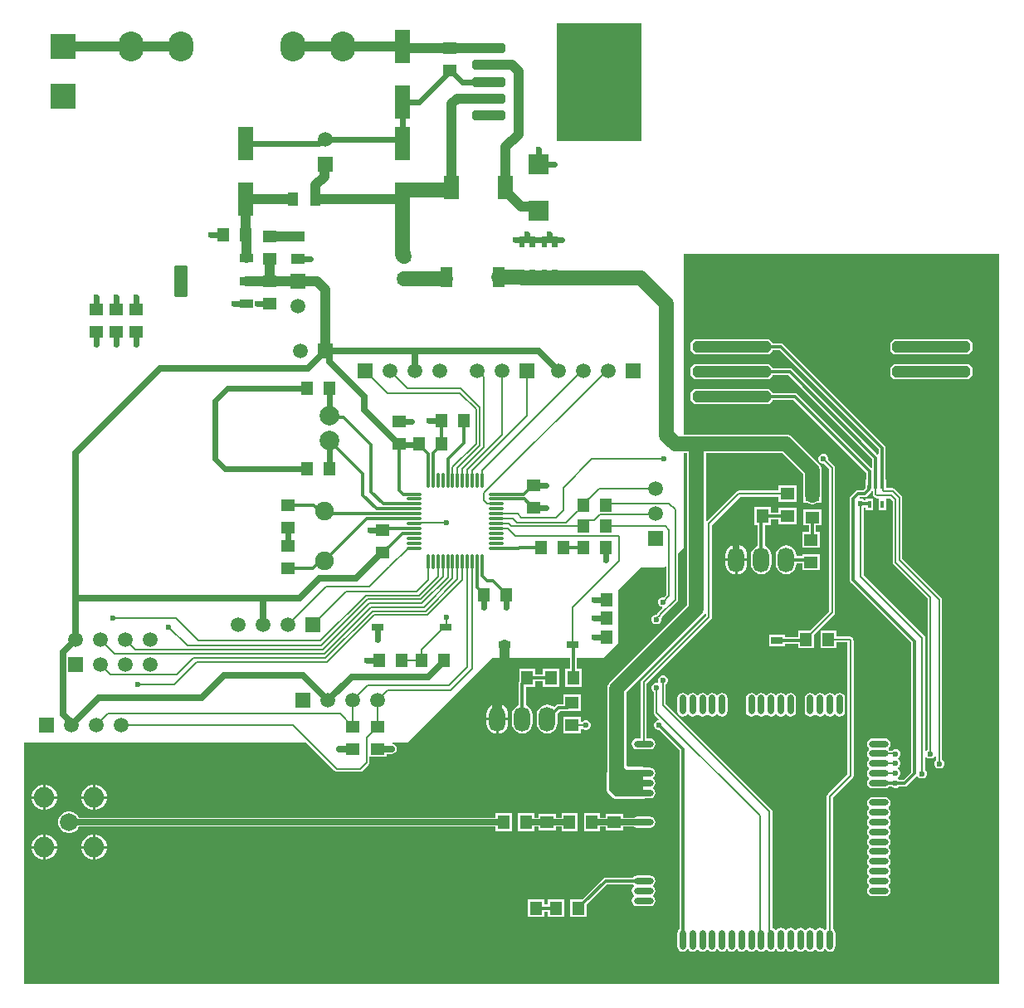
<source format=gtl>
G04*
G04 #@! TF.GenerationSoftware,Altium Limited,Altium Designer,22.2.1 (43)*
G04*
G04 Layer_Physical_Order=1*
G04 Layer_Color=255*
%FSLAX24Y24*%
%MOIN*%
G70*
G04*
G04 #@! TF.SameCoordinates,AB8B2AD1-1602-442A-A43A-F402AF7CDF0B*
G04*
G04*
G04 #@! TF.FilePolarity,Positive*
G04*
G01*
G75*
%ADD12C,0.0079*%
%ADD16C,0.0118*%
%ADD22R,0.0550X0.0500*%
%ADD23R,0.0500X0.0550*%
%ADD24R,0.0472X0.0315*%
G04:AMPARAMS|DCode=25|XSize=61.4mil|YSize=11.8mil|CornerRadius=4.1mil|HoleSize=0mil|Usage=FLASHONLY|Rotation=270.000|XOffset=0mil|YOffset=0mil|HoleType=Round|Shape=RoundedRectangle|*
%AMROUNDEDRECTD25*
21,1,0.0614,0.0035,0,0,270.0*
21,1,0.0531,0.0118,0,0,270.0*
1,1,0.0083,-0.0018,-0.0266*
1,1,0.0083,-0.0018,0.0266*
1,1,0.0083,0.0018,0.0266*
1,1,0.0083,0.0018,-0.0266*
%
%ADD25ROUNDEDRECTD25*%
G04:AMPARAMS|DCode=26|XSize=61.4mil|YSize=11.8mil|CornerRadius=4.1mil|HoleSize=0mil|Usage=FLASHONLY|Rotation=180.000|XOffset=0mil|YOffset=0mil|HoleType=Round|Shape=RoundedRectangle|*
%AMROUNDEDRECTD26*
21,1,0.0614,0.0035,0,0,180.0*
21,1,0.0531,0.0118,0,0,180.0*
1,1,0.0083,-0.0266,0.0018*
1,1,0.0083,0.0266,0.0018*
1,1,0.0083,0.0266,-0.0018*
1,1,0.0083,-0.0266,-0.0018*
%
%ADD26ROUNDEDRECTD26*%
G04:AMPARAMS|DCode=27|XSize=36.6mil|YSize=51.6mil|CornerRadius=2.7mil|HoleSize=0mil|Usage=FLASHONLY|Rotation=90.000|XOffset=0mil|YOffset=0mil|HoleType=Round|Shape=RoundedRectangle|*
%AMROUNDEDRECTD27*
21,1,0.0366,0.0461,0,0,90.0*
21,1,0.0311,0.0516,0,0,90.0*
1,1,0.0055,0.0230,0.0156*
1,1,0.0055,0.0230,-0.0156*
1,1,0.0055,-0.0230,-0.0156*
1,1,0.0055,-0.0230,0.0156*
%
%ADD27ROUNDEDRECTD27*%
G04:AMPARAMS|DCode=28|XSize=127.6mil|YSize=51.6mil|CornerRadius=3.9mil|HoleSize=0mil|Usage=FLASHONLY|Rotation=90.000|XOffset=0mil|YOffset=0mil|HoleType=Round|Shape=RoundedRectangle|*
%AMROUNDEDRECTD28*
21,1,0.1276,0.0438,0,0,90.0*
21,1,0.1198,0.0516,0,0,90.0*
1,1,0.0077,0.0219,0.0599*
1,1,0.0077,0.0219,-0.0599*
1,1,0.0077,-0.0219,-0.0599*
1,1,0.0077,-0.0219,0.0599*
%
%ADD28ROUNDEDRECTD28*%
%ADD29R,0.0550X0.0394*%
%ADD30R,0.0394X0.0550*%
%ADD31R,0.0630X0.1378*%
%ADD32R,0.0472X0.0827*%
%ADD33R,0.0650X0.0236*%
%ADD34R,0.0787X0.0787*%
%ADD35R,0.0591X0.0945*%
G04:AMPARAMS|DCode=36|XSize=39.4mil|YSize=133.9mil|CornerRadius=9.8mil|HoleSize=0mil|Usage=FLASHONLY|Rotation=270.000|XOffset=0mil|YOffset=0mil|HoleType=Round|Shape=RoundedRectangle|*
%AMROUNDEDRECTD36*
21,1,0.0394,0.1142,0,0,270.0*
21,1,0.0197,0.1339,0,0,270.0*
1,1,0.0197,-0.0571,-0.0098*
1,1,0.0197,-0.0571,0.0098*
1,1,0.0197,0.0571,0.0098*
1,1,0.0197,0.0571,-0.0098*
%
%ADD36ROUNDEDRECTD36*%
%ADD37O,0.0276X0.0787*%
%ADD38O,0.0787X0.0276*%
G04:AMPARAMS|DCode=39|XSize=315mil|YSize=47.2mil|CornerRadius=0mil|HoleSize=0mil|Usage=FLASHONLY|Rotation=180.000|XOffset=0mil|YOffset=0mil|HoleType=Round|Shape=Octagon|*
%AMOCTAGOND39*
4,1,8,-0.1575,0.0118,-0.1575,-0.0118,-0.1457,-0.0236,0.1457,-0.0236,0.1575,-0.0118,0.1575,0.0118,0.1457,0.0236,-0.1457,0.0236,-0.1575,0.0118,0.0*
%
%ADD39OCTAGOND39*%

%ADD44R,0.0138X0.0315*%
%ADD71C,0.0591*%
%ADD72C,0.0236*%
%ADD73C,0.0253*%
%ADD74C,0.0394*%
%ADD75R,0.3399X0.4724*%
%ADD76C,0.0820*%
%ADD77C,0.0720*%
%ADD78R,0.0591X0.0591*%
%ADD79C,0.0591*%
%ADD80O,0.0660X0.1000*%
%ADD81C,0.0750*%
%ADD82C,0.0787*%
%ADD83R,0.0591X0.0591*%
%ADD84O,0.1000X0.1200*%
%ADD85R,0.0984X0.0984*%
%ADD86C,0.0236*%
G36*
X21525Y29703D02*
X21298D01*
Y29900D01*
X21102D01*
Y29703D01*
X20875D01*
Y30136D01*
X21525D01*
Y29703D01*
D02*
G37*
G36*
X20625D02*
X20398D01*
Y29900D01*
X20202D01*
Y29703D01*
X19975D01*
Y30136D01*
X20625D01*
Y29703D01*
D02*
G37*
G36*
X21525Y28368D02*
X20875D01*
Y28797D01*
X21102D01*
Y28600D01*
X21298D01*
Y28797D01*
X21525D01*
Y28368D01*
D02*
G37*
G36*
X20625D02*
X19975D01*
Y28797D01*
X20202D01*
Y28600D01*
X20398D01*
Y28797D01*
X20625D01*
Y28368D01*
D02*
G37*
G36*
X39270Y100D02*
X100D01*
Y9800D01*
X11430D01*
X12565Y8665D01*
X12565Y8665D01*
X12604Y8639D01*
X12650Y8630D01*
X12650Y8630D01*
X13600D01*
X13600Y8630D01*
X13646Y8639D01*
X13685Y8665D01*
X13935Y8915D01*
X13935Y8915D01*
X13961Y8954D01*
X13970Y9000D01*
Y9221D01*
X14654D01*
Y9341D01*
X14850D01*
X14930Y9357D01*
X14998Y9402D01*
X15043Y9470D01*
X15059Y9550D01*
X15043Y9630D01*
X14998Y9698D01*
X14930Y9743D01*
X14895Y9750D01*
X14900Y9800D01*
X15500D01*
X18900Y13200D01*
X22009D01*
Y12754D01*
X21821D01*
Y12046D01*
X22479D01*
Y12754D01*
X22290D01*
Y13200D01*
X23350D01*
X23950Y13800D01*
Y15950D01*
X24850Y16850D01*
X25800D01*
X25833Y16883D01*
X25880Y16864D01*
Y15750D01*
X25777Y15647D01*
X25711D01*
X25638Y15617D01*
X25583Y15562D01*
X25553Y15489D01*
Y15411D01*
X25583Y15338D01*
X25638Y15283D01*
X25711Y15253D01*
X25718D01*
X25737Y15207D01*
X25535Y15005D01*
X25520Y14983D01*
X25484Y14947D01*
X25461D01*
X25388Y14917D01*
X25333Y14862D01*
X25303Y14789D01*
Y14711D01*
X25333Y14638D01*
X25388Y14583D01*
X25461Y14553D01*
X25539D01*
X25612Y14583D01*
X25667Y14638D01*
X25697Y14711D01*
Y14789D01*
X25688Y14810D01*
X25705Y14827D01*
X25705Y14827D01*
X25720Y14850D01*
X26328Y15458D01*
X26328Y15458D01*
X26354Y15497D01*
X26364Y15543D01*
X26364Y15543D01*
Y17414D01*
X26600Y17650D01*
Y21423D01*
X26723D01*
Y15322D01*
X23633Y12233D01*
X23573Y12155D01*
X23536Y12064D01*
X23523Y11966D01*
Y8643D01*
X23515Y8635D01*
X23489Y8596D01*
X23480Y8550D01*
X23480Y8550D01*
Y7900D01*
X23489Y7854D01*
X23515Y7815D01*
X23515Y7815D01*
X23765Y7565D01*
X23804Y7539D01*
X23850Y7530D01*
X23850Y7530D01*
X24950D01*
X24996Y7539D01*
X25028Y7560D01*
X25231D01*
X25316Y7577D01*
X25388Y7625D01*
X25435Y7697D01*
X25452Y7781D01*
X25435Y7866D01*
X25388Y7937D01*
X25364Y7953D01*
Y8003D01*
X25388Y8019D01*
X25435Y8090D01*
X25452Y8175D01*
X25435Y8259D01*
X25388Y8331D01*
X25364Y8347D01*
Y8397D01*
X25388Y8412D01*
X25435Y8484D01*
X25452Y8569D01*
X25435Y8653D01*
X25388Y8725D01*
X25316Y8772D01*
X25231Y8789D01*
X25029D01*
X24996Y8811D01*
X24950Y8820D01*
X24350D01*
X24277Y8893D01*
Y11810D01*
X27367Y14899D01*
X27427Y14977D01*
X27477Y14967D01*
Y14897D01*
X24890Y12311D01*
X24864Y12272D01*
X24855Y12226D01*
X24855Y12226D01*
Y9970D01*
X24720D01*
X24635Y9954D01*
X24564Y9906D01*
X24516Y9834D01*
X24499Y9750D01*
X24516Y9665D01*
X24564Y9593D01*
X24635Y9546D01*
X24720Y9529D01*
X25231D01*
X25316Y9546D01*
X25388Y9593D01*
X25435Y9665D01*
X25452Y9750D01*
X25435Y9834D01*
X25388Y9906D01*
X25316Y9954D01*
X25231Y9970D01*
X25096D01*
Y12176D01*
X27682Y14762D01*
X27682Y14762D01*
X27708Y14801D01*
X27718Y14847D01*
X27718Y14847D01*
Y18547D01*
X28850Y19680D01*
X30396D01*
Y19471D01*
X31104D01*
Y20129D01*
X30396D01*
Y19920D01*
X28800D01*
X28800Y19920D01*
X28754Y19911D01*
X28715Y19885D01*
X27527Y18698D01*
X27477Y18718D01*
Y21423D01*
X30544D01*
X31373Y20594D01*
Y19750D01*
X31386Y19652D01*
X31396Y19627D01*
Y19421D01*
X31566D01*
X31652Y19386D01*
X31750Y19373D01*
X31848Y19386D01*
X31934Y19421D01*
X32104D01*
Y19627D01*
X32114Y19652D01*
X32127Y19750D01*
Y20750D01*
X32114Y20848D01*
X32077Y20939D01*
X32017Y21017D01*
X30967Y22067D01*
X30889Y22127D01*
X30798Y22164D01*
X30700Y22177D01*
X26600D01*
Y29450D01*
X39270D01*
Y100D01*
D02*
G37*
G36*
X24300Y8700D02*
X24950D01*
Y7650D01*
X23850D01*
X23600Y7900D01*
Y8550D01*
X23950Y8900D01*
X24100D01*
X24300Y8700D01*
D02*
G37*
%LPC*%
G36*
X38027Y26015D02*
X35035D01*
X34877Y25857D01*
Y25543D01*
X35035Y25385D01*
X38027D01*
X38184Y25543D01*
Y25857D01*
X38027Y26015D01*
D02*
G37*
G36*
Y25015D02*
X35035D01*
X34877Y24857D01*
Y24543D01*
X35035Y24385D01*
X38027D01*
X38184Y24543D01*
Y24857D01*
X38027Y25015D01*
D02*
G37*
G36*
X30005Y26015D02*
X27013D01*
X26855Y25857D01*
Y25543D01*
X27013Y25385D01*
X30005D01*
X30162Y25543D01*
Y25559D01*
X30442D01*
X34415Y21586D01*
Y21404D01*
X34365Y21383D01*
X30949Y24799D01*
X30904Y24830D01*
X30850Y24841D01*
X30162D01*
Y24857D01*
X30005Y25015D01*
X27013D01*
X26855Y24857D01*
Y24543D01*
X27013Y24385D01*
X30005D01*
X30162Y24543D01*
Y24560D01*
X30792D01*
X34160Y21192D01*
Y20860D01*
X34109Y20839D01*
X31149Y23799D01*
X31104Y23830D01*
X31050Y23840D01*
X30162D01*
Y23857D01*
X30005Y24015D01*
X27013D01*
X26855Y23857D01*
Y23543D01*
X27013Y23385D01*
X30005D01*
X30162Y23543D01*
Y23560D01*
X30992D01*
X33904Y20648D01*
Y20360D01*
X33896D01*
Y20166D01*
X33885Y20148D01*
X33874Y20094D01*
Y20023D01*
X33792Y19941D01*
X33585D01*
X33531Y19930D01*
X33485Y19899D01*
X33288Y19702D01*
X33257Y19656D01*
X33247Y19602D01*
Y16344D01*
X33257Y16290D01*
X33288Y16244D01*
X35710Y13823D01*
Y8616D01*
X35406Y8312D01*
X35235D01*
X35209Y8339D01*
X35197Y8344D01*
Y8394D01*
X35209Y8399D01*
X35264Y8454D01*
X35294Y8526D01*
Y8605D01*
X35264Y8677D01*
X35209Y8732D01*
X35202Y8735D01*
Y8789D01*
X35209Y8792D01*
X35264Y8848D01*
X35294Y8920D01*
Y8998D01*
X35264Y9071D01*
X35209Y9126D01*
X35202Y9129D01*
Y9179D01*
X35212Y9183D01*
X35267Y9238D01*
X35297Y9311D01*
Y9389D01*
X35267Y9462D01*
X35212Y9517D01*
X35139Y9547D01*
X35061D01*
X34988Y9517D01*
X34945Y9473D01*
X34862D01*
X34836Y9512D01*
X34813Y9528D01*
Y9578D01*
X34836Y9593D01*
X34884Y9665D01*
X34901Y9750D01*
X34884Y9834D01*
X34836Y9906D01*
X34765Y9954D01*
X34680Y9970D01*
X34169D01*
X34084Y9954D01*
X34012Y9906D01*
X33965Y9834D01*
X33948Y9750D01*
X33965Y9665D01*
X34012Y9593D01*
X34036Y9578D01*
Y9528D01*
X34012Y9512D01*
X33965Y9440D01*
X33948Y9356D01*
X33965Y9271D01*
X34012Y9200D01*
X34036Y9184D01*
Y9134D01*
X34012Y9118D01*
X33965Y9047D01*
X33948Y8962D01*
X33965Y8878D01*
X34012Y8806D01*
X34036Y8790D01*
Y8740D01*
X34012Y8725D01*
X33965Y8653D01*
X33948Y8569D01*
X33965Y8484D01*
X34012Y8412D01*
X34036Y8397D01*
Y8347D01*
X34012Y8331D01*
X33965Y8259D01*
X33948Y8175D01*
X33965Y8090D01*
X34012Y8019D01*
X34084Y7971D01*
X34169Y7954D01*
X34680D01*
X34765Y7971D01*
X34836Y8019D01*
X34847Y8034D01*
X34956D01*
X34986Y8005D01*
X35058Y7975D01*
X35136D01*
X35209Y8005D01*
X35235Y8031D01*
X35464D01*
X35518Y8042D01*
X35563Y8073D01*
X35929Y8438D01*
X35979Y8438D01*
X35991Y8431D01*
X36038Y8383D01*
X36111Y8353D01*
X36189D01*
X36262Y8383D01*
X36317Y8438D01*
X36347Y8511D01*
Y8589D01*
X36317Y8662D01*
X36283Y8695D01*
Y9228D01*
X36332Y9238D01*
X36333Y9238D01*
X36388Y9183D01*
X36461Y9153D01*
X36539D01*
X36612Y9183D01*
X36667Y9238D01*
X36680Y9269D01*
X36730Y9259D01*
Y9108D01*
X36683Y9062D01*
X36653Y8989D01*
Y8911D01*
X36683Y8838D01*
X36738Y8783D01*
X36811Y8753D01*
X36889D01*
X36962Y8783D01*
X37017Y8838D01*
X37047Y8911D01*
Y8989D01*
X37017Y9062D01*
X36970Y9108D01*
Y15550D01*
X36970Y15550D01*
X36961Y15596D01*
X36935Y15635D01*
X36935Y15635D01*
X35370Y17200D01*
Y19634D01*
X35370Y19634D01*
X35361Y19680D01*
X35335Y19719D01*
X35069Y19985D01*
X35030Y20011D01*
X34984Y20020D01*
X34984Y20020D01*
X34706D01*
Y20094D01*
X34706Y20094D01*
X34704Y20106D01*
Y20360D01*
X34696D01*
Y21644D01*
X34686Y21698D01*
X34655Y21743D01*
X30599Y25799D01*
X30554Y25830D01*
X30500Y25840D01*
X30162D01*
Y25857D01*
X30005Y26015D01*
D02*
G37*
G36*
X30079Y19254D02*
X29421D01*
Y18546D01*
X29560D01*
Y17704D01*
X29494Y17677D01*
X29408Y17612D01*
X29343Y17526D01*
X29302Y17427D01*
X29288Y17320D01*
Y16980D01*
X29302Y16873D01*
X29343Y16774D01*
X29408Y16688D01*
X29494Y16623D01*
X29593Y16582D01*
X29700Y16568D01*
X29807Y16582D01*
X29906Y16623D01*
X29992Y16688D01*
X30057Y16774D01*
X30098Y16873D01*
X30112Y16980D01*
Y17320D01*
X30098Y17427D01*
X30057Y17526D01*
X29992Y17612D01*
X29906Y17677D01*
X29841Y17704D01*
Y18546D01*
X30079D01*
Y18759D01*
X30396D01*
Y18571D01*
X31104D01*
Y19229D01*
X30396D01*
Y19040D01*
X30079D01*
Y19254D01*
D02*
G37*
G36*
X32104Y19179D02*
X31396D01*
Y18521D01*
X31609D01*
Y18279D01*
X31346D01*
Y17621D01*
X32054D01*
Y18279D01*
X31890D01*
Y18521D01*
X32104D01*
Y19179D01*
D02*
G37*
G36*
X28750Y17747D02*
Y17200D01*
X29134D01*
Y17320D01*
X29119Y17432D01*
X29076Y17537D01*
X29007Y17627D01*
X28917Y17696D01*
X28812Y17739D01*
X28750Y17747D01*
D02*
G37*
G36*
X28650D02*
X28588Y17739D01*
X28483Y17696D01*
X28393Y17627D01*
X28324Y17537D01*
X28281Y17432D01*
X28266Y17320D01*
Y17200D01*
X28650D01*
Y17747D01*
D02*
G37*
G36*
X30700Y17732D02*
X30593Y17718D01*
X30494Y17677D01*
X30408Y17612D01*
X30343Y17526D01*
X30302Y17427D01*
X30288Y17320D01*
Y16980D01*
X30302Y16873D01*
X30343Y16774D01*
X30408Y16688D01*
X30494Y16623D01*
X30593Y16582D01*
X30700Y16568D01*
X30807Y16582D01*
X30906Y16623D01*
X30992Y16688D01*
X31057Y16774D01*
X31098Y16873D01*
X31112Y16980D01*
Y17010D01*
X31346D01*
Y16721D01*
X32054D01*
Y17379D01*
X31346D01*
Y17291D01*
X31112D01*
Y17320D01*
X31098Y17427D01*
X31057Y17526D01*
X30992Y17612D01*
X30906Y17677D01*
X30807Y17718D01*
X30700Y17732D01*
D02*
G37*
G36*
X29134Y17100D02*
X28750D01*
Y16553D01*
X28812Y16561D01*
X28917Y16604D01*
X29007Y16673D01*
X29076Y16763D01*
X29119Y16868D01*
X29134Y16980D01*
Y17100D01*
D02*
G37*
G36*
X28650D02*
X28266D01*
Y16980D01*
X28281Y16868D01*
X28324Y16763D01*
X28393Y16673D01*
X28483Y16604D01*
X28588Y16561D01*
X28650Y16553D01*
Y17100D01*
D02*
G37*
G36*
X32239Y21397D02*
X32161D01*
X32088Y21367D01*
X32033Y21312D01*
X32003Y21239D01*
Y21161D01*
X32033Y21088D01*
X32088Y21033D01*
X32161Y21003D01*
X32227D01*
X32430Y20800D01*
Y15075D01*
X31658Y14304D01*
X31171D01*
Y14040D01*
X30643D01*
Y14136D01*
X30013D01*
Y13664D01*
X30643D01*
Y13759D01*
X31171D01*
Y13596D01*
X31829D01*
Y14133D01*
X32635Y14940D01*
X32635Y14940D01*
X32661Y14979D01*
X32670Y15025D01*
Y20850D01*
X32670Y20850D01*
X32661Y20896D01*
X32635Y20935D01*
X32635Y20935D01*
X32397Y21173D01*
Y21239D01*
X32367Y21312D01*
X32312Y21367D01*
X32239Y21397D01*
D02*
G37*
G36*
X21579Y12754D02*
X20921D01*
Y12541D01*
X20629D01*
Y12754D01*
X19971D01*
Y12230D01*
X19970Y12229D01*
X19959Y12175D01*
Y11304D01*
X19894Y11277D01*
X19808Y11212D01*
X19743Y11126D01*
X19702Y11027D01*
X19688Y10920D01*
Y10580D01*
X19702Y10473D01*
X19743Y10374D01*
X19808Y10288D01*
X19894Y10223D01*
X19993Y10182D01*
X20100Y10168D01*
X20207Y10182D01*
X20306Y10223D01*
X20392Y10288D01*
X20457Y10374D01*
X20498Y10473D01*
X20512Y10580D01*
Y10920D01*
X20498Y11027D01*
X20457Y11126D01*
X20392Y11212D01*
X20306Y11277D01*
X20240Y11304D01*
Y12046D01*
X20629D01*
Y12260D01*
X20921D01*
Y12046D01*
X21579D01*
Y12754D01*
D02*
G37*
G36*
X32850Y11801D02*
X32765Y11784D01*
X32693Y11736D01*
X32678Y11713D01*
X32628D01*
X32612Y11736D01*
X32540Y11784D01*
X32456Y11801D01*
X32371Y11784D01*
X32300Y11736D01*
X32284Y11713D01*
X32234D01*
X32218Y11736D01*
X32147Y11784D01*
X32062Y11801D01*
X31978Y11784D01*
X31906Y11736D01*
X31890Y11713D01*
X31840D01*
X31825Y11736D01*
X31753Y11784D01*
X31669Y11801D01*
X31584Y11784D01*
X31512Y11736D01*
X31465Y11665D01*
X31448Y11580D01*
Y11069D01*
X31465Y10984D01*
X31512Y10912D01*
X31584Y10865D01*
X31669Y10848D01*
X31753Y10865D01*
X31825Y10912D01*
X31840Y10936D01*
X31890D01*
X31906Y10912D01*
X31978Y10865D01*
X32062Y10848D01*
X32147Y10865D01*
X32218Y10912D01*
X32234Y10936D01*
X32284D01*
X32300Y10912D01*
X32371Y10865D01*
X32456Y10848D01*
X32540Y10865D01*
X32612Y10912D01*
X32628Y10936D01*
X32678D01*
X32693Y10912D01*
X32765Y10865D01*
X32850Y10848D01*
X32934Y10865D01*
X33006Y10912D01*
X33054Y10984D01*
X33070Y11069D01*
Y11580D01*
X33054Y11665D01*
X33006Y11736D01*
X32934Y11784D01*
X32850Y11801D01*
D02*
G37*
G36*
X30881D02*
X30797Y11784D01*
X30725Y11736D01*
X30709Y11713D01*
X30659D01*
X30644Y11736D01*
X30572Y11784D01*
X30487Y11801D01*
X30403Y11784D01*
X30331Y11736D01*
X30316Y11713D01*
X30266D01*
X30250Y11736D01*
X30178Y11784D01*
X30094Y11801D01*
X30009Y11784D01*
X29938Y11736D01*
X29922Y11713D01*
X29872D01*
X29856Y11736D01*
X29784Y11784D01*
X29700Y11801D01*
X29616Y11784D01*
X29544Y11736D01*
X29528Y11713D01*
X29478D01*
X29462Y11736D01*
X29391Y11784D01*
X29306Y11801D01*
X29222Y11784D01*
X29150Y11736D01*
X29102Y11665D01*
X29086Y11580D01*
Y11069D01*
X29102Y10984D01*
X29150Y10912D01*
X29222Y10865D01*
X29306Y10848D01*
X29391Y10865D01*
X29462Y10912D01*
X29478Y10936D01*
X29528D01*
X29544Y10912D01*
X29616Y10865D01*
X29700Y10848D01*
X29784Y10865D01*
X29856Y10912D01*
X29872Y10936D01*
X29922D01*
X29938Y10912D01*
X30009Y10865D01*
X30094Y10848D01*
X30178Y10865D01*
X30250Y10912D01*
X30266Y10936D01*
X30316D01*
X30331Y10912D01*
X30403Y10865D01*
X30487Y10848D01*
X30572Y10865D01*
X30644Y10912D01*
X30659Y10936D01*
X30709D01*
X30725Y10912D01*
X30797Y10865D01*
X30881Y10848D01*
X30966Y10865D01*
X31037Y10912D01*
X31085Y10984D01*
X31102Y11069D01*
Y11580D01*
X31085Y11665D01*
X31037Y11736D01*
X30966Y11784D01*
X30881Y11801D01*
D02*
G37*
G36*
X28125D02*
X28041Y11784D01*
X27969Y11736D01*
X27953Y11713D01*
X27903D01*
X27888Y11736D01*
X27816Y11784D01*
X27731Y11801D01*
X27647Y11784D01*
X27575Y11736D01*
X27560Y11713D01*
X27510D01*
X27494Y11736D01*
X27422Y11784D01*
X27338Y11801D01*
X27253Y11784D01*
X27182Y11736D01*
X27166Y11713D01*
X27116D01*
X27100Y11736D01*
X27029Y11784D01*
X26944Y11801D01*
X26860Y11784D01*
X26788Y11736D01*
X26772Y11713D01*
X26722D01*
X26707Y11736D01*
X26635Y11784D01*
X26550Y11801D01*
X26466Y11784D01*
X26394Y11736D01*
X26346Y11665D01*
X26330Y11580D01*
Y11069D01*
X26346Y10984D01*
X26394Y10912D01*
X26466Y10865D01*
X26550Y10848D01*
X26635Y10865D01*
X26707Y10912D01*
X26722Y10936D01*
X26772D01*
X26788Y10912D01*
X26860Y10865D01*
X26944Y10848D01*
X27029Y10865D01*
X27100Y10912D01*
X27116Y10936D01*
X27166D01*
X27182Y10912D01*
X27253Y10865D01*
X27338Y10848D01*
X27422Y10865D01*
X27494Y10912D01*
X27510Y10936D01*
X27560D01*
X27575Y10912D01*
X27647Y10865D01*
X27731Y10848D01*
X27816Y10865D01*
X27888Y10912D01*
X27903Y10936D01*
X27953D01*
X27969Y10912D01*
X28041Y10865D01*
X28125Y10848D01*
X28210Y10865D01*
X28281Y10912D01*
X28329Y10984D01*
X28346Y11069D01*
Y11580D01*
X28329Y11665D01*
X28281Y11736D01*
X28210Y11784D01*
X28125Y11801D01*
D02*
G37*
G36*
X22454Y11729D02*
X21746D01*
Y11350D01*
X21559D01*
X21505Y11339D01*
X21460Y11308D01*
X21375Y11224D01*
X21306Y11277D01*
X21207Y11318D01*
X21100Y11332D01*
X20993Y11318D01*
X20894Y11277D01*
X20808Y11212D01*
X20743Y11126D01*
X20702Y11027D01*
X20688Y10920D01*
Y10580D01*
X20702Y10473D01*
X20743Y10374D01*
X20808Y10288D01*
X20894Y10223D01*
X20993Y10182D01*
X21100Y10168D01*
X21207Y10182D01*
X21306Y10223D01*
X21392Y10288D01*
X21457Y10374D01*
X21498Y10473D01*
X21512Y10580D01*
Y10920D01*
X21507Y10959D01*
X21617Y11069D01*
X21909D01*
X21923Y11071D01*
X22454D01*
Y11729D01*
D02*
G37*
G36*
X19150Y11347D02*
Y10800D01*
X19534D01*
Y10920D01*
X19519Y11032D01*
X19476Y11137D01*
X19407Y11227D01*
X19317Y11296D01*
X19212Y11339D01*
X19150Y11347D01*
D02*
G37*
G36*
X19050D02*
X18988Y11339D01*
X18883Y11296D01*
X18793Y11227D01*
X18724Y11137D01*
X18681Y11032D01*
X18666Y10920D01*
Y10800D01*
X19050D01*
Y11347D01*
D02*
G37*
G36*
X22454Y10829D02*
X21746D01*
Y10171D01*
X22454D01*
Y10351D01*
X22504Y10368D01*
X22538Y10333D01*
X22611Y10303D01*
X22689D01*
X22762Y10333D01*
X22817Y10388D01*
X22847Y10461D01*
Y10539D01*
X22817Y10612D01*
X22762Y10667D01*
X22689Y10697D01*
X22611D01*
X22538Y10667D01*
X22504Y10632D01*
X22454Y10649D01*
Y10829D01*
D02*
G37*
G36*
X19534Y10700D02*
X19150D01*
Y10153D01*
X19212Y10161D01*
X19317Y10204D01*
X19407Y10273D01*
X19476Y10363D01*
X19519Y10468D01*
X19534Y10580D01*
Y10700D01*
D02*
G37*
G36*
X19050D02*
X18666D01*
Y10580D01*
X18681Y10468D01*
X18724Y10363D01*
X18793Y10273D01*
X18883Y10204D01*
X18988Y10161D01*
X19050Y10153D01*
Y10700D01*
D02*
G37*
G36*
X2967Y8110D02*
X2950D01*
Y7650D01*
X3410D01*
Y7667D01*
X3375Y7797D01*
X3308Y7913D01*
X3213Y8008D01*
X3097Y8075D01*
X2967Y8110D01*
D02*
G37*
G36*
X967D02*
X950D01*
Y7650D01*
X1410D01*
Y7667D01*
X1375Y7797D01*
X1308Y7913D01*
X1213Y8008D01*
X1097Y8075D01*
X967Y8110D01*
D02*
G37*
G36*
X2850D02*
X2833D01*
X2703Y8075D01*
X2587Y8008D01*
X2492Y7913D01*
X2425Y7797D01*
X2390Y7667D01*
Y7650D01*
X2850D01*
Y8110D01*
D02*
G37*
G36*
X850D02*
X833D01*
X703Y8075D01*
X587Y8008D01*
X492Y7913D01*
X425Y7797D01*
X390Y7667D01*
Y7650D01*
X850D01*
Y8110D01*
D02*
G37*
G36*
X3410Y7550D02*
X2950D01*
Y7090D01*
X2967D01*
X3097Y7125D01*
X3213Y7192D01*
X3308Y7287D01*
X3375Y7403D01*
X3410Y7533D01*
Y7550D01*
D02*
G37*
G36*
X2850D02*
X2390D01*
Y7533D01*
X2425Y7403D01*
X2492Y7287D01*
X2587Y7192D01*
X2703Y7125D01*
X2833Y7090D01*
X2850D01*
Y7550D01*
D02*
G37*
G36*
X1410D02*
X950D01*
Y7090D01*
X967D01*
X1097Y7125D01*
X1213Y7192D01*
X1308Y7287D01*
X1375Y7403D01*
X1410Y7533D01*
Y7550D01*
D02*
G37*
G36*
X850D02*
X390D01*
Y7533D01*
X425Y7403D01*
X492Y7287D01*
X587Y7192D01*
X703Y7125D01*
X833Y7090D01*
X850D01*
Y7550D01*
D02*
G37*
G36*
X22329Y6954D02*
X21671D01*
Y6781D01*
X21454D01*
Y6929D01*
X20746D01*
Y6781D01*
X20579D01*
Y6954D01*
X19921D01*
Y6246D01*
X20579D01*
Y6419D01*
X20746D01*
Y6271D01*
X21454D01*
Y6419D01*
X21671D01*
Y6246D01*
X22329D01*
Y6954D01*
D02*
G37*
G36*
X23229D02*
X22571D01*
Y6246D01*
X23229D01*
Y6419D01*
X23446D01*
Y6271D01*
X24154D01*
Y6419D01*
X24601D01*
X24635Y6396D01*
X24720Y6379D01*
X25231D01*
X25316Y6396D01*
X25388Y6444D01*
X25435Y6516D01*
X25452Y6600D01*
X25435Y6684D01*
X25388Y6756D01*
X25316Y6804D01*
X25231Y6821D01*
X24720D01*
X24635Y6804D01*
X24601Y6781D01*
X24154D01*
Y6929D01*
X23446D01*
Y6781D01*
X23229D01*
Y6954D01*
D02*
G37*
G36*
X1958Y7039D02*
X1842D01*
X1731Y7009D01*
X1631Y6951D01*
X1549Y6869D01*
X1491Y6769D01*
X1461Y6658D01*
Y6542D01*
X1491Y6431D01*
X1549Y6331D01*
X1631Y6249D01*
X1731Y6191D01*
X1842Y6161D01*
X1958D01*
X2069Y6191D01*
X2169Y6249D01*
X2251Y6331D01*
X2302Y6419D01*
X19021D01*
Y6246D01*
X19679D01*
Y6954D01*
X19021D01*
Y6781D01*
X2302D01*
X2251Y6869D01*
X2169Y6951D01*
X2069Y7009D01*
X1958Y7039D01*
D02*
G37*
G36*
X2967Y6110D02*
X2950D01*
Y5650D01*
X3410D01*
Y5667D01*
X3375Y5797D01*
X3308Y5913D01*
X3213Y6008D01*
X3097Y6075D01*
X2967Y6110D01*
D02*
G37*
G36*
X967D02*
X950D01*
Y5650D01*
X1410D01*
Y5667D01*
X1375Y5797D01*
X1308Y5913D01*
X1213Y6008D01*
X1097Y6075D01*
X967Y6110D01*
D02*
G37*
G36*
X2850D02*
X2833D01*
X2703Y6075D01*
X2587Y6008D01*
X2492Y5913D01*
X2425Y5797D01*
X2390Y5667D01*
Y5650D01*
X2850D01*
Y6110D01*
D02*
G37*
G36*
X850D02*
X833D01*
X703Y6075D01*
X587Y6008D01*
X492Y5913D01*
X425Y5797D01*
X390Y5667D01*
Y5650D01*
X850D01*
Y6110D01*
D02*
G37*
G36*
X3410Y5550D02*
X2950D01*
Y5090D01*
X2967D01*
X3097Y5125D01*
X3213Y5192D01*
X3308Y5287D01*
X3375Y5403D01*
X3410Y5533D01*
Y5550D01*
D02*
G37*
G36*
X2850D02*
X2390D01*
Y5533D01*
X2425Y5403D01*
X2492Y5287D01*
X2587Y5192D01*
X2703Y5125D01*
X2833Y5090D01*
X2850D01*
Y5550D01*
D02*
G37*
G36*
X1410D02*
X950D01*
Y5090D01*
X967D01*
X1097Y5125D01*
X1213Y5192D01*
X1308Y5287D01*
X1375Y5403D01*
X1410Y5533D01*
Y5550D01*
D02*
G37*
G36*
X850D02*
X390D01*
Y5533D01*
X425Y5403D01*
X492Y5287D01*
X587Y5192D01*
X703Y5125D01*
X833Y5090D01*
X850D01*
Y5550D01*
D02*
G37*
G36*
X34680Y7608D02*
X34169D01*
X34084Y7591D01*
X34012Y7544D01*
X33965Y7472D01*
X33948Y7387D01*
X33965Y7303D01*
X34012Y7231D01*
X34036Y7216D01*
Y7166D01*
X34012Y7150D01*
X33965Y7078D01*
X33948Y6994D01*
X33965Y6909D01*
X34012Y6838D01*
X34036Y6822D01*
Y6772D01*
X34012Y6756D01*
X33965Y6684D01*
X33948Y6600D01*
X33965Y6516D01*
X34012Y6444D01*
X34036Y6428D01*
Y6378D01*
X34012Y6362D01*
X33965Y6291D01*
X33948Y6206D01*
X33965Y6122D01*
X34012Y6050D01*
X34036Y6034D01*
Y5984D01*
X34012Y5969D01*
X33965Y5897D01*
X33948Y5813D01*
X33965Y5728D01*
X34012Y5656D01*
X34036Y5641D01*
Y5591D01*
X34012Y5575D01*
X33965Y5503D01*
X33948Y5419D01*
X33965Y5334D01*
X34012Y5263D01*
X34036Y5247D01*
Y5197D01*
X34012Y5181D01*
X33965Y5110D01*
X33948Y5025D01*
X33965Y4941D01*
X34012Y4869D01*
X34036Y4853D01*
Y4803D01*
X34012Y4788D01*
X33965Y4716D01*
X33948Y4631D01*
X33965Y4547D01*
X34012Y4475D01*
X34036Y4460D01*
Y4410D01*
X34012Y4394D01*
X33965Y4322D01*
X33948Y4238D01*
X33965Y4153D01*
X34012Y4082D01*
X34036Y4066D01*
Y4016D01*
X34012Y4000D01*
X33965Y3929D01*
X33948Y3844D01*
X33965Y3760D01*
X34012Y3688D01*
X34084Y3640D01*
X34169Y3623D01*
X34680D01*
X34765Y3640D01*
X34836Y3688D01*
X34884Y3760D01*
X34901Y3844D01*
X34884Y3929D01*
X34836Y4000D01*
X34813Y4016D01*
Y4066D01*
X34836Y4082D01*
X34884Y4153D01*
X34901Y4238D01*
X34884Y4322D01*
X34836Y4394D01*
X34813Y4410D01*
Y4460D01*
X34836Y4475D01*
X34884Y4547D01*
X34901Y4631D01*
X34884Y4716D01*
X34836Y4788D01*
X34813Y4803D01*
Y4853D01*
X34836Y4869D01*
X34884Y4941D01*
X34901Y5025D01*
X34884Y5110D01*
X34836Y5181D01*
X34813Y5197D01*
Y5247D01*
X34836Y5263D01*
X34884Y5334D01*
X34901Y5419D01*
X34884Y5503D01*
X34836Y5575D01*
X34813Y5591D01*
Y5641D01*
X34836Y5656D01*
X34884Y5728D01*
X34901Y5813D01*
X34884Y5897D01*
X34836Y5969D01*
X34813Y5984D01*
Y6034D01*
X34836Y6050D01*
X34884Y6122D01*
X34901Y6206D01*
X34884Y6291D01*
X34836Y6362D01*
X34813Y6378D01*
Y6428D01*
X34836Y6444D01*
X34884Y6516D01*
X34901Y6600D01*
X34884Y6684D01*
X34836Y6756D01*
X34813Y6772D01*
Y6822D01*
X34836Y6838D01*
X34884Y6909D01*
X34901Y6994D01*
X34884Y7078D01*
X34836Y7150D01*
X34813Y7166D01*
Y7216D01*
X34836Y7231D01*
X34884Y7303D01*
X34901Y7387D01*
X34884Y7472D01*
X34836Y7544D01*
X34765Y7591D01*
X34680Y7608D01*
D02*
G37*
G36*
X21779Y3504D02*
X21121D01*
Y3291D01*
X20979D01*
Y3504D01*
X20321D01*
Y2796D01*
X20979D01*
Y3009D01*
X21121D01*
Y2796D01*
X21779D01*
Y3504D01*
D02*
G37*
G36*
X25231Y4459D02*
X24720D01*
X24635Y4442D01*
X24564Y4394D01*
X24553Y4378D01*
X23438D01*
X23384Y4368D01*
X23338Y4337D01*
X22505Y3504D01*
X22021D01*
Y2796D01*
X22679D01*
Y3280D01*
X23496Y4097D01*
X24553D01*
X24564Y4082D01*
X24587Y4066D01*
Y4016D01*
X24564Y4000D01*
X24516Y3929D01*
X24499Y3844D01*
X24516Y3760D01*
X24564Y3688D01*
X24587Y3672D01*
Y3622D01*
X24564Y3607D01*
X24516Y3535D01*
X24499Y3450D01*
X24516Y3366D01*
X24564Y3294D01*
X24635Y3246D01*
X24720Y3230D01*
X25231D01*
X25316Y3246D01*
X25388Y3294D01*
X25435Y3366D01*
X25452Y3450D01*
X25435Y3535D01*
X25388Y3607D01*
X25364Y3622D01*
Y3672D01*
X25388Y3688D01*
X25435Y3760D01*
X25452Y3844D01*
X25435Y3929D01*
X25388Y4000D01*
X25364Y4016D01*
Y4066D01*
X25388Y4082D01*
X25435Y4153D01*
X25452Y4238D01*
X25435Y4322D01*
X25388Y4394D01*
X25316Y4442D01*
X25231Y4459D01*
D02*
G37*
G36*
X32729Y14304D02*
X32071D01*
Y13596D01*
X32729D01*
Y13830D01*
X33168D01*
Y8529D01*
X32371Y7732D01*
X32345Y7693D01*
X32335Y7647D01*
X32335Y7647D01*
Y2311D01*
X32300Y2288D01*
X32284Y2264D01*
X32234D01*
X32218Y2288D01*
X32147Y2335D01*
X32062Y2352D01*
X31978Y2335D01*
X31906Y2288D01*
X31890Y2264D01*
X31840D01*
X31825Y2288D01*
X31753Y2335D01*
X31669Y2352D01*
X31584Y2335D01*
X31512Y2288D01*
X31497Y2264D01*
X31447D01*
X31431Y2288D01*
X31359Y2335D01*
X31275Y2352D01*
X31190Y2335D01*
X31119Y2288D01*
X31103Y2264D01*
X31053D01*
X31037Y2288D01*
X30966Y2335D01*
X30881Y2352D01*
X30797Y2335D01*
X30725Y2288D01*
X30709Y2264D01*
X30659D01*
X30644Y2288D01*
X30572Y2335D01*
X30487Y2352D01*
X30403Y2335D01*
X30331Y2288D01*
X30316Y2264D01*
X30266D01*
X30250Y2288D01*
X30178Y2335D01*
X30155Y2340D01*
Y7022D01*
X30146Y7068D01*
X30120Y7107D01*
X25870Y11357D01*
Y12142D01*
X25917Y12188D01*
X25947Y12261D01*
Y12339D01*
X25917Y12412D01*
X25862Y12467D01*
X25789Y12497D01*
X25711D01*
X25638Y12467D01*
X25583Y12412D01*
X25553Y12339D01*
Y12261D01*
X25562Y12239D01*
X25548Y12219D01*
X25526Y12197D01*
X25455D01*
X25383Y12167D01*
X25327Y12112D01*
X25297Y12039D01*
Y11961D01*
X25327Y11888D01*
X25380Y11836D01*
Y11000D01*
X25380Y11000D01*
X25389Y10954D01*
X25415Y10915D01*
X25586Y10744D01*
X25566Y10698D01*
X25560D01*
X25487Y10668D01*
X25432Y10613D01*
X25402Y10540D01*
Y10462D01*
X25432Y10390D01*
X25487Y10334D01*
X25560Y10304D01*
X25597D01*
X26410Y9491D01*
Y2298D01*
X26394Y2288D01*
X26346Y2216D01*
X26330Y2131D01*
Y1620D01*
X26346Y1535D01*
X26394Y1464D01*
X26466Y1416D01*
X26550Y1399D01*
X26635Y1416D01*
X26707Y1464D01*
X26722Y1487D01*
X26772D01*
X26788Y1464D01*
X26860Y1416D01*
X26944Y1399D01*
X27029Y1416D01*
X27100Y1464D01*
X27116Y1487D01*
X27166D01*
X27182Y1464D01*
X27253Y1416D01*
X27338Y1399D01*
X27422Y1416D01*
X27494Y1464D01*
X27510Y1487D01*
X27560D01*
X27575Y1464D01*
X27647Y1416D01*
X27731Y1399D01*
X27816Y1416D01*
X27888Y1464D01*
X27903Y1487D01*
X27953D01*
X27969Y1464D01*
X28041Y1416D01*
X28125Y1399D01*
X28210Y1416D01*
X28281Y1464D01*
X28297Y1487D01*
X28347D01*
X28363Y1464D01*
X28434Y1416D01*
X28519Y1399D01*
X28603Y1416D01*
X28675Y1464D01*
X28691Y1487D01*
X28741D01*
X28756Y1464D01*
X28828Y1416D01*
X28913Y1399D01*
X28997Y1416D01*
X29069Y1464D01*
X29084Y1487D01*
X29134D01*
X29150Y1464D01*
X29222Y1416D01*
X29306Y1399D01*
X29391Y1416D01*
X29462Y1464D01*
X29478Y1487D01*
X29528D01*
X29544Y1464D01*
X29616Y1416D01*
X29700Y1399D01*
X29784Y1416D01*
X29856Y1464D01*
X29872Y1487D01*
X29922D01*
X29938Y1464D01*
X30009Y1416D01*
X30094Y1399D01*
X30178Y1416D01*
X30250Y1464D01*
X30266Y1487D01*
X30316D01*
X30331Y1464D01*
X30403Y1416D01*
X30487Y1399D01*
X30572Y1416D01*
X30644Y1464D01*
X30659Y1487D01*
X30709D01*
X30725Y1464D01*
X30797Y1416D01*
X30881Y1399D01*
X30966Y1416D01*
X31037Y1464D01*
X31053Y1487D01*
X31103D01*
X31119Y1464D01*
X31190Y1416D01*
X31275Y1399D01*
X31359Y1416D01*
X31431Y1464D01*
X31447Y1487D01*
X31497D01*
X31512Y1464D01*
X31584Y1416D01*
X31669Y1399D01*
X31753Y1416D01*
X31825Y1464D01*
X31840Y1487D01*
X31890D01*
X31906Y1464D01*
X31978Y1416D01*
X32062Y1399D01*
X32147Y1416D01*
X32218Y1464D01*
X32234Y1487D01*
X32284D01*
X32300Y1464D01*
X32371Y1416D01*
X32456Y1399D01*
X32540Y1416D01*
X32612Y1464D01*
X32660Y1535D01*
X32677Y1620D01*
Y2131D01*
X32660Y2216D01*
X32612Y2288D01*
X32576Y2311D01*
Y7597D01*
X33374Y8394D01*
X33374Y8394D01*
X33400Y8433D01*
X33409Y8480D01*
Y13904D01*
X33409Y13904D01*
X33400Y13950D01*
X33374Y13989D01*
X33374Y13989D01*
X33328Y14035D01*
X33289Y14061D01*
X33243Y14070D01*
X33243Y14070D01*
X32729D01*
Y14304D01*
D02*
G37*
%LPD*%
G36*
X34180Y19781D02*
X34180Y19781D01*
X34189Y19735D01*
X34215Y19696D01*
X34261Y19650D01*
X34261Y19650D01*
X34300Y19624D01*
X34346Y19614D01*
X34346Y19614D01*
X34359D01*
X34408Y19612D01*
X34408Y19564D01*
Y19140D01*
X34704D01*
X34704Y19612D01*
X34753Y19614D01*
X34865D01*
X34972Y19508D01*
Y17050D01*
X34972Y17050D01*
X34981Y17004D01*
X35007Y16965D01*
X36380Y15593D01*
Y9508D01*
X36333Y9462D01*
X36332Y9462D01*
X36283Y9472D01*
Y14010D01*
X36283Y14010D01*
X36274Y14056D01*
X36248Y14095D01*
X33820Y16523D01*
Y19242D01*
X33826Y19247D01*
X33896D01*
Y19140D01*
X34192D01*
Y19612D01*
X33896D01*
Y19537D01*
X33846Y19532D01*
X33812Y19567D01*
X33739Y19597D01*
X33674D01*
X33650Y19630D01*
X33646Y19643D01*
X33658Y19660D01*
X33850D01*
X33904Y19670D01*
X33949Y19701D01*
X34114Y19865D01*
X34129Y19888D01*
X34180D01*
Y19781D01*
D02*
G37*
G54D12*
X17232Y11903D02*
X18089Y12761D01*
X14300Y11500D02*
X14703Y11903D01*
X13300Y11500D02*
X13900Y12100D01*
X17150D01*
X14703Y11903D02*
X17232D01*
X17150Y12100D02*
X17892Y12842D01*
X10700Y14550D02*
X12221Y16071D01*
X13960D01*
X24976Y12226D02*
X27597Y14847D01*
X24976Y9750D02*
Y12226D01*
X27597Y14847D02*
Y18597D01*
X33243Y13950D02*
X33289Y13904D01*
Y8480D02*
Y13904D01*
X32456Y7647D02*
X33289Y8480D01*
X32456Y1876D02*
Y7647D01*
X32400Y13950D02*
X33243D01*
X32550Y15025D02*
Y20850D01*
X31500Y13950D02*
Y13975D01*
X32550Y15025D01*
X32200Y21200D02*
X32550Y20850D01*
X22100Y10500D02*
X22650D01*
X27597Y18597D02*
X28800Y19800D01*
X30750D01*
X23513Y19413D02*
X25987D01*
X23450Y19350D02*
X23513Y19413D01*
X26243Y15543D02*
Y19157D01*
X25987Y19413D02*
X26243Y19157D01*
X25620Y14920D02*
X26243Y15543D01*
X25620Y14912D02*
Y14920D01*
X25500Y14793D02*
X25620Y14912D01*
X25500Y14750D02*
Y14793D01*
X26000Y15700D02*
Y18350D01*
X25750Y15450D02*
X26000Y15700D01*
X25494Y12000D02*
X25500Y11994D01*
Y11000D02*
Y11994D01*
X25750Y11307D02*
Y12300D01*
X25850Y18500D02*
X26000Y18350D01*
X23450Y18500D02*
X25850D01*
X19827Y18100D02*
X23954D01*
X22128Y15228D02*
X24000Y17100D01*
Y18054D01*
X23954Y18100D02*
X24000Y18054D01*
X22128Y13750D02*
Y15228D01*
X19523Y18405D02*
X19827Y18100D01*
X19046Y18405D02*
X19523D01*
X19657Y18493D02*
X21915D01*
X19733Y18798D02*
X19881Y18650D01*
X19548Y18602D02*
X19657Y18493D01*
X19046Y18798D02*
X19733D01*
X19881Y18650D02*
X21850D01*
X25750Y11307D02*
X30035Y7022D01*
Y1935D02*
Y7022D01*
Y1935D02*
X30094Y1876D01*
X25500Y11000D02*
X29641Y6859D01*
Y1935D02*
Y6859D01*
Y1935D02*
X29700Y1876D01*
X36163Y8550D02*
Y14010D01*
X36850Y8950D02*
Y15550D01*
X36500Y9350D02*
Y15643D01*
X34424Y8569D02*
X35094D01*
X35097Y8566D01*
X34424Y8962D02*
X35094D01*
X35097Y8959D01*
Y9353D02*
X35100Y9350D01*
X34424Y9356D02*
X34427Y9353D01*
X35097D01*
X35250Y17150D02*
X36850Y15550D01*
X33700Y16473D02*
X36163Y14010D01*
X35093Y17050D02*
X36500Y15643D01*
X33700Y16473D02*
Y19400D01*
X34585Y19946D02*
X34632Y19900D01*
X34984D01*
X34556Y20124D02*
X34585Y20094D01*
Y19946D02*
Y20094D01*
X34984Y19900D02*
X35250Y19634D01*
Y17150D02*
Y19634D01*
X34346Y19735D02*
X34915D01*
X35093Y19557D01*
X34300Y19781D02*
Y20124D01*
Y19781D02*
X34346Y19735D01*
X35093Y17050D02*
Y19557D01*
X21750Y19150D02*
Y20050D01*
X22900Y21200D01*
X25800D01*
X21450Y18850D02*
X21750Y19150D01*
X20050Y18850D02*
X21450D01*
X19046Y18995D02*
X19905D01*
X20050Y18850D01*
X3000Y10500D02*
X3469Y10969D01*
X12781D02*
X13300Y10450D01*
X3469Y10969D02*
X12781D01*
X12650Y8750D02*
X13600D01*
X10900Y10500D02*
X12650Y8750D01*
X4000Y10500D02*
X10900D01*
X13600Y8750D02*
X13850Y9000D01*
Y10000D01*
X14064Y10214D01*
X14275Y10450D02*
X14300D01*
X14064Y10239D02*
X14275Y10450D01*
X14064Y10214D02*
Y10239D01*
X13300Y10450D02*
Y11500D01*
X14300Y10450D02*
Y11500D01*
X18089Y12761D02*
Y17054D01*
X17892Y12842D02*
Y17054D01*
X14754Y16865D02*
Y16865D01*
X13960Y16071D02*
X14754Y16865D01*
Y16865D02*
X15506Y17617D01*
X15754D01*
X17105Y16431D02*
Y17054D01*
X16070Y15397D02*
X17105Y16431D01*
X16908Y16457D02*
Y17054D01*
X16005Y15554D02*
X16908Y16457D01*
X15939Y15711D02*
X16711Y16483D01*
Y17054D01*
X16209Y15082D02*
X17498Y16371D01*
X13878Y15554D02*
X16005D01*
X17498Y16371D02*
Y17054D01*
X16317Y16338D02*
Y17054D01*
X13813Y15711D02*
X15939D01*
X17695Y16345D02*
Y17054D01*
X14139Y14924D02*
X16274D01*
X17302Y16397D02*
Y17054D01*
X16144Y15239D02*
X17302Y16397D01*
X14074Y15082D02*
X16209D01*
X13019Y15869D02*
X15848D01*
X16317Y16338D01*
X13944Y15397D02*
X16070D01*
X16274Y14924D02*
X17695Y16345D01*
X14009Y15239D02*
X16144D01*
X7007Y13050D02*
X12265D01*
X6209Y12537D02*
X6880Y13207D01*
X12200D02*
X14074Y15082D01*
X6107Y12150D02*
X7007Y13050D01*
X12265D02*
X14139Y14924D01*
X6880Y13207D02*
X12200D01*
X4650Y12150D02*
X6107D01*
X6650Y13700D02*
X12024D01*
X5900Y14450D02*
X6650Y13700D01*
X12024D02*
X13878Y15554D01*
X7100Y13900D02*
X12002D01*
X6200Y14800D02*
X7100Y13900D01*
X12002D02*
X13813Y15711D01*
X4150Y13950D02*
X4563Y13537D01*
X12084D01*
X3721Y13379D02*
X12149D01*
X14009Y15239D01*
X12084Y13537D02*
X13944Y15397D01*
X3150Y13950D02*
X3721Y13379D01*
X3650Y14800D02*
X6200D01*
X11700Y14550D02*
X13019Y15869D01*
X3563Y12537D02*
X6209D01*
X3150Y12950D02*
X3563Y12537D01*
X17028Y14450D02*
X17050Y14472D01*
Y14850D01*
X15754Y18602D02*
X15773Y18620D01*
X17020D01*
X17050Y18650D01*
X15250Y13100D02*
X16050D01*
Y13551D02*
X16949Y14450D01*
X16050Y13100D02*
Y13551D01*
X16949Y14450D02*
X17028D01*
X23200Y20000D02*
X25450D01*
X22786Y19586D02*
X23200Y20000D01*
X22550Y19325D02*
Y19375D01*
Y18525D02*
X22761Y18736D01*
X22994D01*
X23215Y18957D01*
X25407D01*
X25450Y19000D01*
X22550Y18500D02*
Y18525D01*
X22761Y19586D02*
X22786D01*
X22550Y19375D02*
X22761Y19586D01*
X21923Y18500D02*
X22550D01*
X21850Y18650D02*
X22314Y19114D01*
X21915Y18493D02*
X21923Y18500D01*
X22339Y19114D02*
X22550Y19325D01*
X22314Y19114D02*
X22339D01*
X19046Y18602D02*
X19548D01*
X23475Y24750D02*
X23550D01*
X18550Y19825D02*
X23475Y24750D01*
X18550Y19550D02*
Y19825D01*
X19027Y19407D02*
X19046Y19389D01*
X18693Y19407D02*
X19027D01*
X18550Y19550D02*
X18693Y19407D01*
X18483Y20733D02*
X22500Y24750D01*
X22550D01*
X18483Y20346D02*
Y20733D01*
X17581Y23850D02*
X18241Y23190D01*
X13800Y24750D02*
X14700Y23850D01*
X17581D01*
X17604Y24050D02*
X18400Y23254D01*
X14800Y24750D02*
X15500Y24050D01*
X17604D01*
X18557Y21657D02*
Y24488D01*
X18300Y24745D02*
X18557Y24488D01*
X18300Y24745D02*
Y24750D01*
X18089Y20739D02*
X20300Y22950D01*
X18089Y20346D02*
Y20739D01*
X17695Y20346D02*
Y20795D01*
X18557Y21657D01*
X17892Y20346D02*
X17894Y20347D01*
X20300Y22950D02*
Y24750D01*
X19300Y22177D02*
Y24750D01*
X17894Y20347D02*
Y20771D01*
X19300Y22177D01*
X18241Y21791D02*
Y23190D01*
X17302Y20852D02*
X18241Y21791D01*
X18400Y21727D02*
Y23254D01*
X17498Y20826D02*
X18400Y21727D01*
X17498Y20346D02*
Y20826D01*
X17302Y20346D02*
Y20852D01*
G54D16*
X14500Y17450D02*
X14691Y17641D01*
X15150Y21800D02*
X15950D01*
X12933Y22867D02*
X14024Y21776D01*
Y19876D02*
Y21776D01*
X12350Y22950D02*
X12433Y22867D01*
X12933D01*
X19450Y15750D02*
Y15775D01*
X18925Y16300D02*
X19450Y15775D01*
X18700Y16300D02*
X18925D01*
X18483Y16517D02*
X18700Y16300D01*
X18483Y16517D02*
Y17054D01*
X18550Y15750D02*
Y15775D01*
X18355Y15966D02*
X18359D01*
X18286Y16035D02*
X18355Y15966D01*
X18359D02*
X18550Y15775D01*
X18286Y16035D02*
Y17054D01*
X21750Y17650D02*
X22550D01*
X19046Y17617D02*
X19960D01*
X19993Y17650D02*
X20850D01*
X19960Y17617D02*
X19993Y17650D01*
X25599Y10501D02*
X26550Y9550D01*
Y1876D02*
Y9550D01*
X22541Y3366D02*
X22566D01*
X23438Y4238D01*
X24976D01*
X22350Y3150D02*
Y3175D01*
X22541Y3366D01*
X20650Y3150D02*
X21450D01*
X35850Y8558D02*
Y13881D01*
X35097Y8172D02*
X35464D01*
X35850Y8558D01*
X34424Y8175D02*
X35094D01*
X35097Y8172D01*
X33387Y16344D02*
X35850Y13881D01*
X33387Y16344D02*
Y19602D01*
X30500Y25700D02*
X34556Y21644D01*
Y20124D02*
Y21644D01*
X28509Y25700D02*
X30500D01*
X28509Y24700D02*
X30850D01*
X34300Y21250D01*
Y20124D02*
Y21250D01*
X34044Y19376D02*
Y19378D01*
X33712Y19388D02*
X34034D01*
X34044Y19378D01*
X33700Y19400D02*
X33712Y19388D01*
X34044Y20124D02*
Y20706D01*
X34015Y20094D02*
X34044Y20124D01*
X34015Y19965D02*
Y20094D01*
X33585Y19800D02*
X33850D01*
X34015Y19965D01*
X28509Y23700D02*
X31050D01*
X28459Y23650D02*
X28484D01*
X31050Y23700D02*
X34044Y20706D01*
X33387Y19602D02*
X33585Y19800D01*
X34300Y18850D02*
Y19376D01*
X31450Y13900D02*
X31500Y13950D01*
X30328Y13900D02*
X31450D01*
X31600Y17150D02*
X31700Y17050D01*
X30700Y17150D02*
X31600D01*
X31750Y18000D02*
Y18850D01*
X31700Y17950D02*
X31750Y18000D01*
X29750Y18900D02*
X30750D01*
X29700Y17150D02*
Y18850D01*
X29750Y18900D01*
X21350Y11024D02*
X21374D01*
X21909Y11209D02*
X22100Y11400D01*
X21100Y10750D02*
Y10773D01*
X21350Y11024D01*
X21374D02*
X21559Y11209D01*
X21909D01*
X20300Y12400D02*
X21250D01*
X22128Y13750D02*
X22150Y13728D01*
Y12400D02*
Y13728D01*
X20100Y12175D02*
X20300Y12375D01*
Y12400D01*
X20100Y10750D02*
Y12175D01*
X17105Y21205D02*
X17750Y21850D01*
Y22750D01*
X17105Y20346D02*
Y21205D01*
X16850Y21800D02*
Y22750D01*
X15150Y19950D02*
X15317Y19783D01*
X15150Y19950D02*
Y21800D01*
X15317Y19783D02*
X15754D01*
X15950Y21775D02*
X16317Y21408D01*
X15950Y21775D02*
Y21800D01*
X16317Y20346D02*
Y21408D01*
X16514Y21439D02*
X16850Y21775D01*
Y21800D01*
X16514Y20346D02*
Y21439D01*
X20189Y19586D02*
X20525Y19250D01*
X19046Y19586D02*
X20189D01*
X20525Y19250D02*
X20550D01*
X20158Y19783D02*
X20525Y20150D01*
X19046Y19783D02*
X20158D01*
X20525Y20150D02*
X20550D01*
X12350Y21950D02*
X13700Y20600D01*
Y19750D02*
Y20600D01*
Y19750D02*
X14258Y19192D01*
X14511Y19389D02*
X15754D01*
X14024Y19876D02*
X14511Y19389D01*
X14258Y19192D02*
X15754D01*
X12350Y21950D02*
Y21950D01*
X15285Y18208D02*
X15754D01*
X14718Y17641D02*
X15285Y18208D01*
X14691Y17641D02*
X14718D01*
X13848Y18798D02*
X15754D01*
X12150Y17100D02*
X13848Y18798D01*
X12255Y18995D02*
X15754D01*
X12150Y19100D02*
X12255Y18995D01*
X10700Y16800D02*
X11679D01*
X11979Y17100D01*
X12150D01*
X11979Y19100D02*
X12150D01*
X10700Y19350D02*
X11729D01*
X11979Y19100D01*
X14505Y18405D02*
X15754D01*
G54D22*
X23800Y5700D02*
D03*
Y6600D02*
D03*
X21100Y5700D02*
D03*
Y6600D02*
D03*
X13300Y10450D02*
D03*
Y9550D02*
D03*
X14300Y10450D02*
D03*
Y9550D02*
D03*
X30750Y18900D02*
D03*
Y19800D02*
D03*
X31750Y18850D02*
D03*
Y19750D02*
D03*
X31700Y17050D02*
D03*
Y17950D02*
D03*
X22100Y11400D02*
D03*
Y10500D02*
D03*
X20550Y19250D02*
D03*
Y20150D02*
D03*
X15150Y22700D02*
D03*
Y21800D02*
D03*
X14500Y18350D02*
D03*
Y17450D02*
D03*
X10700Y17700D02*
D03*
Y16800D02*
D03*
Y18450D02*
D03*
Y19350D02*
D03*
X4600Y27200D02*
D03*
Y26300D02*
D03*
X3800Y27200D02*
D03*
Y26300D02*
D03*
X3000Y27200D02*
D03*
Y26300D02*
D03*
X9950Y30150D02*
D03*
Y29250D02*
D03*
Y28350D02*
D03*
Y27450D02*
D03*
X17200Y37700D02*
D03*
Y36800D02*
D03*
G54D23*
X22000Y6600D02*
D03*
X22900D02*
D03*
X19350D02*
D03*
X20250D02*
D03*
X21450Y3150D02*
D03*
X22350D02*
D03*
X19750D02*
D03*
X20650D02*
D03*
X29750Y18900D02*
D03*
X28850D02*
D03*
X31500Y13950D02*
D03*
X32400D02*
D03*
X24400Y14050D02*
D03*
X23500D02*
D03*
X24400Y14800D02*
D03*
X23500D02*
D03*
X24400Y15550D02*
D03*
X23500D02*
D03*
X21250Y12400D02*
D03*
X22150D02*
D03*
X20300D02*
D03*
X19400D02*
D03*
X16050Y13100D02*
D03*
X16950D02*
D03*
X18550Y15750D02*
D03*
X19450D02*
D03*
X15250Y13100D02*
D03*
X14350D02*
D03*
X23450Y18500D02*
D03*
X22550D02*
D03*
X23450Y17650D02*
D03*
X22550D02*
D03*
Y19350D02*
D03*
X23450D02*
D03*
X21750Y17650D02*
D03*
X20850D02*
D03*
X17750Y22750D02*
D03*
X16850D02*
D03*
Y21800D02*
D03*
X15950D02*
D03*
X11450Y20800D02*
D03*
X12350D02*
D03*
X11450Y24050D02*
D03*
X12350D02*
D03*
X9000Y30200D02*
D03*
X8100D02*
D03*
G54D24*
X27572Y13900D02*
D03*
X30328D02*
D03*
X19372Y13750D02*
D03*
X22128D02*
D03*
X17028Y14450D02*
D03*
X14272D02*
D03*
G54D25*
X16317Y20346D02*
D03*
X16514D02*
D03*
X16711D02*
D03*
X16908D02*
D03*
X17105D02*
D03*
X17302D02*
D03*
X17498D02*
D03*
X17695D02*
D03*
X17892D02*
D03*
X18089D02*
D03*
X18286D02*
D03*
X18483D02*
D03*
Y17054D02*
D03*
X18286D02*
D03*
X18089D02*
D03*
X17892D02*
D03*
X17695D02*
D03*
X17498D02*
D03*
X17302D02*
D03*
X17105D02*
D03*
X16908D02*
D03*
X16711D02*
D03*
X16514D02*
D03*
X16317D02*
D03*
G54D26*
X19046Y19783D02*
D03*
Y19586D02*
D03*
Y19389D02*
D03*
Y19192D02*
D03*
Y18995D02*
D03*
Y18798D02*
D03*
Y18602D02*
D03*
Y18405D02*
D03*
Y18208D02*
D03*
Y18011D02*
D03*
Y17814D02*
D03*
Y17617D02*
D03*
X15754D02*
D03*
Y17814D02*
D03*
Y18011D02*
D03*
Y18208D02*
D03*
Y18405D02*
D03*
Y18602D02*
D03*
Y18798D02*
D03*
Y18995D02*
D03*
Y19192D02*
D03*
Y19389D02*
D03*
Y19586D02*
D03*
Y19783D02*
D03*
G54D27*
X9017Y27448D02*
D03*
Y28350D02*
D03*
Y29252D02*
D03*
G54D28*
X6383Y28350D02*
D03*
G54D29*
X11100Y30150D02*
D03*
Y29250D02*
D03*
X15350Y29350D02*
D03*
Y28450D02*
D03*
G54D30*
X11800Y31650D02*
D03*
X10900D02*
D03*
G54D31*
X15300Y31648D02*
D03*
Y33852D02*
D03*
Y37752D02*
D03*
Y35548D02*
D03*
X9000Y31648D02*
D03*
Y33852D02*
D03*
G54D32*
X17057Y28500D02*
D03*
X19143D02*
D03*
G54D33*
X20300Y28482D02*
D03*
Y30018D02*
D03*
X21200Y28482D02*
D03*
Y30018D02*
D03*
G54D34*
X20750Y31175D02*
D03*
Y33025D02*
D03*
G54D35*
X17267Y32100D02*
D03*
X19433D02*
D03*
G54D36*
X18750Y37689D02*
D03*
Y37019D02*
D03*
Y35681D02*
D03*
Y36350D02*
D03*
Y35011D02*
D03*
G54D37*
X26550Y1876D02*
D03*
X26944D02*
D03*
X27338D02*
D03*
X27731D02*
D03*
X28125D02*
D03*
X28519D02*
D03*
X28913D02*
D03*
X29306D02*
D03*
X29700D02*
D03*
X30094D02*
D03*
X30487D02*
D03*
X30881D02*
D03*
X31275D02*
D03*
X31669D02*
D03*
X32062D02*
D03*
X32456D02*
D03*
X32850D02*
D03*
Y11324D02*
D03*
X32456D02*
D03*
X32062D02*
D03*
X31669D02*
D03*
X31275D02*
D03*
X30881D02*
D03*
X30487D02*
D03*
X30094D02*
D03*
X29700D02*
D03*
X29306D02*
D03*
X28913D02*
D03*
X28519D02*
D03*
X28125D02*
D03*
X27731D02*
D03*
X27338D02*
D03*
X26944D02*
D03*
X26550D02*
D03*
G54D38*
X34424Y3450D02*
D03*
Y3844D02*
D03*
Y4238D02*
D03*
Y4631D02*
D03*
Y5025D02*
D03*
Y5419D02*
D03*
Y5813D02*
D03*
Y6206D02*
D03*
Y6600D02*
D03*
Y6994D02*
D03*
Y7387D02*
D03*
Y7781D02*
D03*
Y8175D02*
D03*
Y8569D02*
D03*
Y8962D02*
D03*
Y9356D02*
D03*
Y9750D02*
D03*
X24976D02*
D03*
Y9356D02*
D03*
Y8962D02*
D03*
Y8569D02*
D03*
Y8175D02*
D03*
Y7781D02*
D03*
Y7387D02*
D03*
Y6994D02*
D03*
Y6600D02*
D03*
Y6206D02*
D03*
Y5813D02*
D03*
Y5419D02*
D03*
Y5025D02*
D03*
Y4631D02*
D03*
Y4238D02*
D03*
Y3844D02*
D03*
Y3450D02*
D03*
G54D39*
X36531Y23700D02*
D03*
Y24700D02*
D03*
Y25700D02*
D03*
X28509D02*
D03*
Y24700D02*
D03*
Y23700D02*
D03*
G54D44*
X34044Y20124D02*
D03*
X34300D02*
D03*
X34556D02*
D03*
Y19376D02*
D03*
X34300D02*
D03*
X34044D02*
D03*
G54D71*
X24868Y28482D02*
X25900Y27450D01*
Y22146D02*
X26246Y21800D01*
X27100D01*
X25900Y22146D02*
Y27450D01*
X15300Y31980D02*
X15320Y32000D01*
X15300Y31648D02*
Y31980D01*
X17267Y32000D02*
Y32100D01*
X15320Y32000D02*
X17267D01*
X15300Y29400D02*
X15350Y29350D01*
X15300Y29400D02*
Y31648D01*
X15350Y28450D02*
X17017D01*
X23900Y8100D02*
Y11966D01*
X27100Y15166D02*
Y21800D01*
X23900Y11966D02*
X27100Y15166D01*
X31750Y19750D02*
Y20750D01*
X30700Y21800D02*
X31750Y20750D01*
X27100Y21800D02*
X30700D01*
X21200Y28482D02*
X24868D01*
X19143Y28500D02*
X20088D01*
X20300Y28482D02*
X21200D01*
X20106D02*
X20300D01*
X20088Y28500D02*
X20106Y28482D01*
G54D72*
X20300Y30018D02*
Y30250D01*
X15125Y21800D02*
X15150D01*
X20723Y30018D02*
X21200D01*
X20300D02*
X20723D01*
X21200D02*
X21682D01*
X19832D02*
X20300D01*
X21200D02*
Y30234D01*
X20750Y33025D02*
Y33650D01*
Y33025D02*
X21375D01*
X18750Y35000D02*
Y35011D01*
X17200Y36800D02*
X17225D01*
X17675Y36350D01*
X18750D01*
X17043Y36643D02*
Y36668D01*
X17175Y36800D01*
X17200D01*
X15300Y35548D02*
X15948D01*
X17043Y36643D01*
X15300Y33853D02*
Y35548D01*
Y33852D02*
Y33853D01*
X12200Y34050D02*
X15103D01*
X15300Y33853D01*
X11906Y33852D02*
X12104Y34050D01*
X9000Y33852D02*
X11906D01*
X12104Y34050D02*
X12200D01*
X11100Y29250D02*
X11600D01*
X9450Y27450D02*
X9950D01*
X8517Y27448D02*
X9017D01*
X7600Y30200D02*
X8100D01*
X4600Y27200D02*
Y27700D01*
X3800Y27200D02*
Y27700D01*
X3000Y27200D02*
Y27700D01*
X10684Y17716D02*
X10700Y17700D01*
X10684Y18434D02*
X10700Y18450D01*
X10684Y17716D02*
Y18434D01*
X4600Y25800D02*
Y26300D01*
X3800Y25800D02*
Y26300D01*
X3000Y25800D02*
Y26300D01*
X8150Y20800D02*
X10950D01*
X7750Y21200D02*
X8150Y20800D01*
X7750Y21200D02*
Y23550D01*
X8250Y24050D01*
X10950D01*
X11450D01*
X10950Y20800D02*
X11450D01*
X16350Y22750D02*
X16850D01*
X15450Y21775D02*
X15950D01*
X15150Y22700D02*
X15650D01*
X20550Y20150D02*
X21050D01*
X20550Y19250D02*
X21050D01*
X19450Y15250D02*
Y15750D01*
X18550Y15250D02*
Y15750D01*
X14272Y13950D02*
Y14450D01*
X13850Y13100D02*
X14350D01*
X14000Y18350D02*
X14500D01*
X23450Y17150D02*
Y17650D01*
X23000Y15550D02*
X23500D01*
X23000Y14800D02*
X23500D01*
X23000Y14050D02*
X23500D01*
X24400D02*
X24900D01*
X24400Y14800D02*
X24900D01*
X24400Y15550D02*
X24900D01*
X12350Y20800D02*
Y21950D01*
Y22950D02*
Y24050D01*
G54D73*
X9700Y15600D02*
X11150D01*
X9700Y14550D02*
Y15600D01*
X2150D02*
X9700D01*
X28459Y23650D02*
X28509Y23700D01*
X28700Y18725D02*
X28850Y18875D01*
Y18900D01*
X28700Y17150D02*
Y18725D01*
X13250Y12450D02*
X16325D01*
X16950Y13075D01*
Y13100D01*
X12300Y11500D02*
X13250Y12450D01*
X14300Y9550D02*
X14850D01*
X12750D02*
X13300D01*
X7204Y11600D02*
X8104Y12500D01*
X11300D02*
X12300Y11500D01*
X8104Y12500D02*
X11300D01*
X3100Y11600D02*
X7204D01*
X2000Y10500D02*
X3100Y11600D01*
X14351Y17326D02*
X14559Y17534D01*
X14351Y17326D02*
X14351D01*
X13424Y16400D02*
X14351Y17326D01*
X11950Y16400D02*
X13424D01*
X14559Y17534D02*
Y17535D01*
X11150Y15600D02*
X11950Y16400D01*
X2150Y15600D02*
Y21450D01*
Y13950D02*
Y15600D01*
X2000Y10500D02*
Y10591D01*
X1650Y13450D02*
X2150Y13950D01*
X1650Y10942D02*
Y13450D01*
Y10942D02*
X2000Y10591D01*
X2150Y21450D02*
X5550Y24850D01*
X11500D01*
X12200Y25550D01*
X12361Y25389D01*
X13756Y23169D02*
Y23694D01*
X12361Y25089D02*
X13756Y23694D01*
X12361Y25089D02*
Y25389D01*
X13756Y23169D02*
X15125Y21800D01*
X15800Y25550D02*
X20750D01*
X12200D02*
X15800D01*
Y24750D02*
Y25550D01*
X20750D02*
X21550Y24750D01*
X24419Y8962D02*
X24976D01*
X24419Y9356D02*
X24976D01*
X24419Y4631D02*
X24976D01*
X24419Y5025D02*
X24976D01*
X24419Y5419D02*
X24976D01*
X24419Y5813D02*
X24976D01*
X24419Y6206D02*
X24976D01*
X24419Y6994D02*
X24976D01*
X24419Y7387D02*
X24976D01*
X23800Y5143D02*
Y5700D01*
X21100Y5143D02*
Y5700D01*
X19193Y3150D02*
X19750D01*
X32850Y1319D02*
Y1876D01*
X34424Y3450D02*
X34981D01*
X34424Y7781D02*
X34981D01*
X31275Y11324D02*
Y11881D01*
X28913Y11324D02*
Y11881D01*
X28519Y11324D02*
Y11881D01*
X27572Y13900D02*
X28000D01*
X23800Y6600D02*
X24976D01*
X22900D02*
X23800D01*
X21100D02*
X22000D01*
X20250D02*
X21100D01*
X1900D02*
X19350D01*
G54D74*
X11879Y31648D02*
X15300D01*
X17057Y28489D02*
Y28500D01*
X17017Y28450D02*
X17057Y28489D01*
X19681Y37019D02*
X19944Y36756D01*
Y34244D02*
Y36756D01*
X19433Y33733D02*
X19944Y34244D01*
X18750Y37019D02*
X19681D01*
X19433Y31923D02*
Y33733D01*
X20067Y31327D02*
X20598D01*
X19570Y31824D02*
X20067Y31327D01*
X20598D02*
X20750Y31175D01*
X19531Y31824D02*
X19570D01*
X19433Y31923D02*
X19531Y31824D01*
X15352Y37700D02*
X17200D01*
X15300Y37752D02*
X15352Y37700D01*
X17236Y37689D02*
X18750D01*
X12900Y37770D02*
X15300D01*
X19372Y12428D02*
Y13750D01*
Y12428D02*
X19400Y12400D01*
X19100Y10750D02*
Y12075D01*
X19400Y12375D01*
Y12400D01*
X12200Y25550D02*
Y28000D01*
X11850Y28350D02*
X12200Y28000D01*
X11100Y28350D02*
X11850D01*
X9950D02*
Y29250D01*
Y28350D02*
X11100D01*
X9017D02*
X9950D01*
X9950Y30150D02*
X11100D01*
X11100Y30150D01*
X9950Y30150D02*
X9950Y30150D01*
X9017Y29252D02*
Y30183D01*
X9000Y30200D02*
X9017Y30183D01*
X9000Y30200D02*
Y31648D01*
X9003Y31651D02*
X9417D01*
X9000Y31648D02*
X9003Y31651D01*
X9418Y31650D02*
X10900D01*
X9417Y31651D02*
X9418Y31650D01*
X12139Y32539D02*
Y32989D01*
X11802Y31652D02*
Y32202D01*
X12139Y32539D01*
Y32989D02*
X12200Y33050D01*
X11800Y31650D02*
X11802Y31652D01*
X11866Y31660D02*
X11879Y31648D01*
X17267Y35467D02*
X17481Y35681D01*
X18750D01*
X17267Y32100D02*
Y35467D01*
X10900Y37770D02*
X12900D01*
X4400D02*
X6400D01*
X1650D02*
X4400D01*
G54D75*
X23200Y36330D02*
D03*
G54D76*
X2900Y7600D02*
D03*
Y5600D02*
D03*
X900D02*
D03*
Y7600D02*
D03*
G54D77*
X1900Y6600D02*
D03*
G54D78*
X2150Y12950D02*
D03*
X1000Y10500D02*
D03*
X24550Y24750D02*
D03*
X20300D02*
D03*
X13800D02*
D03*
X12200Y25550D02*
D03*
X11700Y14550D02*
D03*
X11300Y11500D02*
D03*
G54D79*
X3150Y12950D02*
D03*
X4150D02*
D03*
X5150D02*
D03*
X2150Y13950D02*
D03*
X3150D02*
D03*
X4150D02*
D03*
X5150D02*
D03*
X2000Y10500D02*
D03*
X3000D02*
D03*
X4000D02*
D03*
X23550Y24750D02*
D03*
X22550D02*
D03*
X21550D02*
D03*
X18300D02*
D03*
X19300D02*
D03*
X16800D02*
D03*
X15800D02*
D03*
X14800D02*
D03*
X11200Y25550D02*
D03*
X11100Y27350D02*
D03*
X12200Y34050D02*
D03*
X10700Y14550D02*
D03*
X9700D02*
D03*
X8700D02*
D03*
X25450Y19000D02*
D03*
Y20000D02*
D03*
X12300Y11500D02*
D03*
X13300D02*
D03*
X14300D02*
D03*
G54D80*
X30700Y17150D02*
D03*
X29700D02*
D03*
X28700D02*
D03*
X21100Y10750D02*
D03*
X20100D02*
D03*
X19100D02*
D03*
G54D81*
X12150Y17100D02*
D03*
Y19100D02*
D03*
G54D82*
X12350Y21950D02*
D03*
Y22950D02*
D03*
G54D83*
X11100Y28350D02*
D03*
X12200Y33050D02*
D03*
X25450Y18000D02*
D03*
G54D84*
X10900Y37770D02*
D03*
X6400D02*
D03*
X4400D02*
D03*
X12900D02*
D03*
G54D85*
X1650D02*
D03*
Y35770D02*
D03*
G54D86*
X20300Y30250D02*
D03*
X2285Y6172D02*
D03*
X2211Y7067D02*
D03*
X1983Y7153D02*
D03*
X2050Y6050D02*
D03*
X1750D02*
D03*
X1500Y6200D02*
D03*
X1350Y6450D02*
D03*
Y6750D02*
D03*
X1468Y6987D02*
D03*
X1699Y7138D02*
D03*
X2400Y6900D02*
D03*
X25700Y6750D02*
D03*
X25550Y6200D02*
D03*
X25700Y6450D02*
D03*
X25600Y7000D02*
D03*
X23300Y6100D02*
D03*
X23650D02*
D03*
X24000D02*
D03*
X21900D02*
D03*
X22250D02*
D03*
X22600D02*
D03*
X22950D02*
D03*
X20550D02*
D03*
X20900D02*
D03*
X21250D02*
D03*
X21600D02*
D03*
X19200D02*
D03*
X19550D02*
D03*
X19900D02*
D03*
X20250D02*
D03*
X22950Y7100D02*
D03*
X23300D02*
D03*
X23650D02*
D03*
X24000D02*
D03*
X21550D02*
D03*
X21900D02*
D03*
X22250D02*
D03*
X22600D02*
D03*
X21200D02*
D03*
X20850D02*
D03*
X20500D02*
D03*
X20150D02*
D03*
X19800D02*
D03*
X19500D02*
D03*
X19200D02*
D03*
X18900Y7050D02*
D03*
X2509Y6295D02*
D03*
X2863D02*
D03*
X3217D02*
D03*
X3572D02*
D03*
X3926D02*
D03*
X4280D02*
D03*
X4635D02*
D03*
X4989D02*
D03*
X5343D02*
D03*
X5698D02*
D03*
X6052D02*
D03*
X6406D02*
D03*
X6761D02*
D03*
X7115D02*
D03*
X7469D02*
D03*
X7824D02*
D03*
X8178D02*
D03*
X8532D02*
D03*
X8887D02*
D03*
X9241D02*
D03*
X9595D02*
D03*
X9950D02*
D03*
X10304D02*
D03*
X10658D02*
D03*
X11013D02*
D03*
X11367D02*
D03*
X11721D02*
D03*
X12075D02*
D03*
X12430D02*
D03*
X12784D02*
D03*
X13138D02*
D03*
X13493D02*
D03*
X13847D02*
D03*
X14201D02*
D03*
X14556D02*
D03*
X14910D02*
D03*
X15264D02*
D03*
X15619D02*
D03*
X15973D02*
D03*
X16327D02*
D03*
X16682D02*
D03*
X17036D02*
D03*
X17390D02*
D03*
X17745D02*
D03*
X18099D02*
D03*
X18453D02*
D03*
X18808D02*
D03*
X18615Y6905D02*
D03*
X18261D02*
D03*
X17906D02*
D03*
X17552D02*
D03*
X17198D02*
D03*
X16843D02*
D03*
X16489D02*
D03*
X16135D02*
D03*
X15780D02*
D03*
X15426D02*
D03*
X15072D02*
D03*
X14717D02*
D03*
X14363D02*
D03*
X14009D02*
D03*
X13654D02*
D03*
X13300D02*
D03*
X12946D02*
D03*
X12591D02*
D03*
X12237D02*
D03*
X11883D02*
D03*
X11528D02*
D03*
X11174D02*
D03*
X10820D02*
D03*
X10465D02*
D03*
X10111D02*
D03*
X9757D02*
D03*
X9402D02*
D03*
X9048D02*
D03*
X8694D02*
D03*
X8339D02*
D03*
X7985D02*
D03*
X7631D02*
D03*
X7276D02*
D03*
X6922D02*
D03*
X6568D02*
D03*
X6213D02*
D03*
X5859D02*
D03*
X5505D02*
D03*
X5150D02*
D03*
X4796D02*
D03*
X4442D02*
D03*
X4087D02*
D03*
X3733D02*
D03*
X3379D02*
D03*
X3024D02*
D03*
X2670D02*
D03*
X28459Y23650D02*
D03*
X14850Y9550D02*
D03*
X12750D02*
D03*
X24419Y8962D02*
D03*
Y9356D02*
D03*
Y4631D02*
D03*
Y5025D02*
D03*
Y5419D02*
D03*
Y5813D02*
D03*
Y6206D02*
D03*
Y6994D02*
D03*
Y7387D02*
D03*
X23800Y5143D02*
D03*
X21100D02*
D03*
X19193Y3150D02*
D03*
X32850Y1319D02*
D03*
X34981Y3450D02*
D03*
Y7781D02*
D03*
X31275Y11881D02*
D03*
X28913D02*
D03*
X28519D02*
D03*
X28000Y13900D02*
D03*
X20723Y30018D02*
D03*
X21682D02*
D03*
X19832D02*
D03*
X21200Y30234D02*
D03*
X20750Y33650D02*
D03*
X21375Y33025D02*
D03*
X18750Y35000D02*
D03*
X11600Y29250D02*
D03*
X9450Y27450D02*
D03*
X8517Y27448D02*
D03*
X7600Y30200D02*
D03*
X4600Y27700D02*
D03*
X3800D02*
D03*
X3000D02*
D03*
X10684Y18063D02*
D03*
X4600Y25800D02*
D03*
X3800D02*
D03*
X3000D02*
D03*
X10950Y24050D02*
D03*
Y20800D02*
D03*
X16350Y22750D02*
D03*
X15650Y22700D02*
D03*
X21050Y20150D02*
D03*
Y19250D02*
D03*
X19450Y15250D02*
D03*
X18550D02*
D03*
X14272Y13950D02*
D03*
X13850Y13100D02*
D03*
X14000Y18350D02*
D03*
X23450Y17150D02*
D03*
X23000Y15550D02*
D03*
Y14800D02*
D03*
Y14050D02*
D03*
X24900D02*
D03*
Y14800D02*
D03*
Y15550D02*
D03*
X32200Y21200D02*
D03*
X25800D02*
D03*
X25599Y10501D02*
D03*
X22650Y10500D02*
D03*
X25500Y14750D02*
D03*
X25750Y15450D02*
D03*
X25494Y12000D02*
D03*
X25750Y12300D02*
D03*
X36150Y8550D02*
D03*
X36850Y8950D02*
D03*
X36500Y9350D02*
D03*
X35097Y8172D02*
D03*
Y8566D02*
D03*
Y8959D02*
D03*
X35100Y9350D02*
D03*
X36531Y25700D02*
D03*
X33700Y19400D02*
D03*
X34300Y18850D02*
D03*
X36531Y23700D02*
D03*
X3650Y14800D02*
D03*
X4650Y12150D02*
D03*
X5900Y14450D02*
D03*
X17050Y14850D02*
D03*
Y18650D02*
D03*
M02*

</source>
